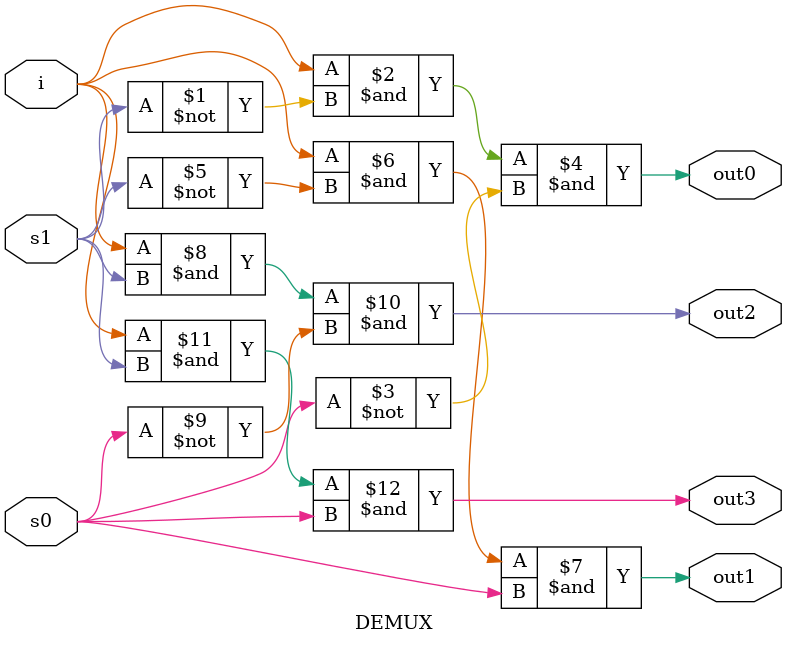
<source format=v>
module demux;

	// Declare variables to be connected
	// to inputs
	reg IN;
	reg S1, S0;
	
	// Declare output wire
	wire OUTPUT0,OUTPUT1,OUTPUT2,OUTPUT3;
	
	// Instantiate the de-multiplexer
	DEMUX my1(OUTPUT0,OUTPUT1,OUTPUT2,OUTPUT3,IN, S1, S0);
	
	// Define the demux module (no ports)
	initial
	begin
		// set input lines
		IN = 1;
		 $display("IN= %b\n",IN);
		// choose out0
		#10 S1 = 0; S0 = 0;
		#10 $display("S1 = %b, S0 = %b, OUTPUT0 = %b  OUTPUT1 = %b OUTPUT2 = %b  OUTPUT3 = %b \n", S1, S0, OUTPUT0,OUTPUT1,OUTPUT2,OUTPUT3);
		// choose out1
		#20 S1 = 0; S0 = 1;
		#20 $display("S1 = %b, S0 = %b, OUTPUT0 = %b  OUTPUT1 = %b  OUTPUT2 = %b  OUTPUT3 = %b \n", S1, S0, OUTPUT0,OUTPUT1,OUTPUT2,OUTPUT3);
		// choose out2
		#30 S1 = 1; S0 = 0;
		#30 $display("S1 = %b, S0 = %b, OUTPUT0 = %b  OUTPUT1 = %b  OUTPUT2 = %b  OUTPUT3 = %b \n", S1, S0, OUTPUT0,OUTPUT1,OUTPUT2,OUTPUT3);
		// choose out3
		#40 S1 = 1; S0 = 1;
		#40 $display("S1 = %b, S0 = %b, OUTPUT0 = %b  OUTPUT1 = %b  OUTPUT2 = %b  OUTPUT3 = %b \n", S1, S0, OUTPUT0,OUTPUT1,OUTPUT2,OUTPUT3);
	end
	
endmodule

module DEMUX(out0,out1,out2,out3,i,s1, s0);
	
	// Port declarations from the I/O diagram
	output out0,out1,out2,out3;
	input i;
	input s1, s0;
	
	//De-multiplexer output declaration 
	assign out0 = i &( ~s1) & (~s0);
	assign out1 = i & (~s1) & s0;
	assign out2 = i & s1 & (~s0);	
	assign out3 = i & s1 & s0;

endmodule
</source>
